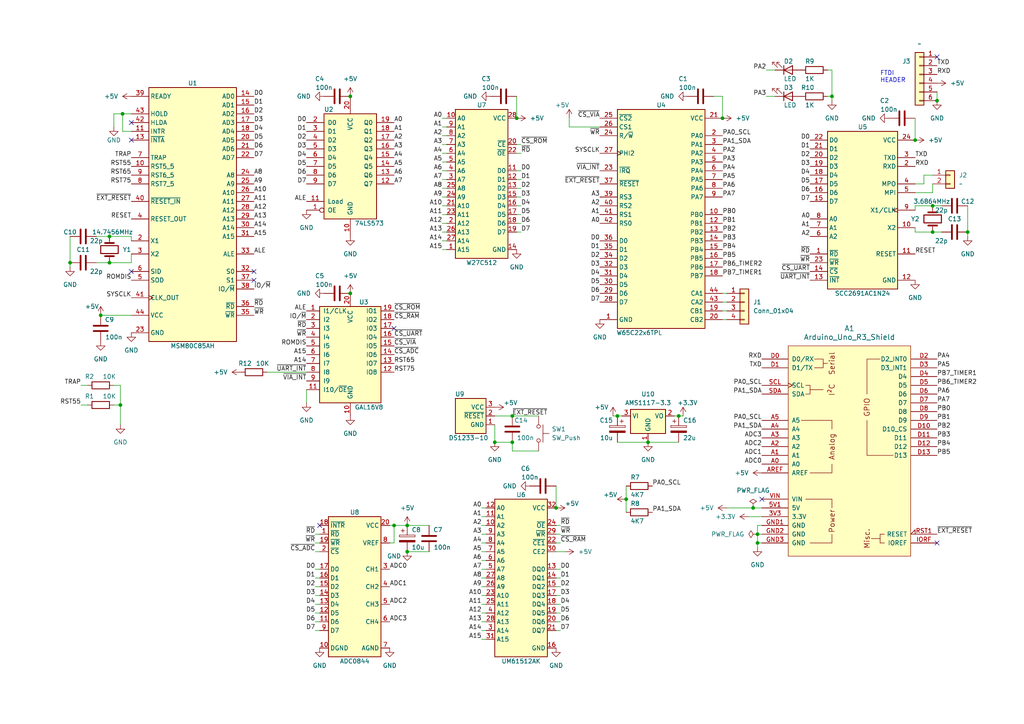
<source format=kicad_sch>
(kicad_sch (version 20230121) (generator eeschema)
  (paper "A4")
  (junction (at 265.43 40.64))
  (junction (at 271.78 29.21))
  (junction (at 101.6 27.94))
  (junction (at 209.55 34.29))
  (junction (at 114.3 152.4))
  (junction (at 35.56 33.02))
  (junction (at 270.51 67.31))
  (junction (at 280.67 67.31))
  (junction (at 187.96 128.27))
  (junction (at 29.21 91.44))
  (junction (at 149.86 34.29))
  (junction (at 241.3 27.94))
  (junction (at 118.11 152.4))
  (junction (at 179.07 120.65))
  (junction (at 101.6 85.09))
  (junction (at 118.11 160.02))
  (junction (at 218.44 147.32))
  (junction (at 34.925 117.475))
  (junction (at 161.29 147.32))
  (junction (at 219.71 157.48))
  (junction (at 270.51 59.69))
  (junction (at 31.75 68.58))
  (junction (at 31.75 76.2))
  (junction (at 219.71 154.94))
  (junction (at 20.32 76.2))
  (junction (at 148.59 120.65))
  (junction (at 148.59 128.27))
  (junction (at 196.85 120.65))
  (junction (at 143.51 128.27))
  (junction (at 181.61 144.78))
  (no_connect (at 38.1 78.74))
  (no_connect (at 73.66 78.74))
  (no_connect (at 271.78 16.51))
  (no_connect (at 114.3 95.25))
  (no_connect (at 38.1 40.64))
  (no_connect (at 271.78 157.48))
  (no_connect (at 38.1 35.56))
  (no_connect (at 92.71 152.4))
  (no_connect (at 220.98 144.78))
  (no_connect (at 73.66 81.28))
  (wire (pts (xy 128.27 62.23) (xy 129.54 62.23)))
  (wire (pts (xy 270.51 50.8) (xy 267.97 50.8)))
  (wire (pts (xy 139.7 170.18) (xy 140.97 170.18)))
  (wire (pts (xy 220.98 154.94) (xy 219.71 154.94)))
  (wire (pts (xy 91.44 154.94) (xy 92.71 154.94)))
  (wire (pts (xy 241.3 29.21) (xy 241.3 27.94)))
  (wire (pts (xy 143.51 120.65) (xy 148.59 120.65)))
  (wire (pts (xy 181.61 140.97) (xy 181.61 144.78)))
  (wire (pts (xy 265.43 67.31) (xy 270.51 67.31)))
  (wire (pts (xy 149.86 67.31) (xy 151.13 67.31)))
  (wire (pts (xy 207.01 27.94) (xy 209.55 27.94)))
  (wire (pts (xy 139.7 154.94) (xy 140.97 154.94)))
  (wire (pts (xy 91.44 160.02) (xy 92.71 160.02)))
  (wire (pts (xy 196.85 120.65) (xy 198.12 120.65)))
  (wire (pts (xy 38.1 33.02) (xy 35.56 33.02)))
  (wire (pts (xy 128.27 39.37) (xy 129.54 39.37)))
  (wire (pts (xy 161.29 160.02) (xy 163.83 160.02)))
  (wire (pts (xy 222.25 20.32) (xy 224.79 20.32)))
  (wire (pts (xy 280.67 59.69) (xy 280.67 67.31)))
  (wire (pts (xy 91.44 175.26) (xy 92.71 175.26)))
  (wire (pts (xy 209.55 85.09) (xy 210.82 85.09)))
  (wire (pts (xy 218.44 147.32) (xy 220.98 147.32)))
  (wire (pts (xy 139.7 167.64) (xy 140.97 167.64)))
  (wire (pts (xy 273.05 67.31) (xy 270.51 67.31)))
  (wire (pts (xy 128.27 59.69) (xy 129.54 59.69)))
  (wire (pts (xy 128.27 54.61) (xy 129.54 54.61)))
  (wire (pts (xy 29.21 91.44) (xy 38.1 91.44)))
  (wire (pts (xy 265.43 59.69) (xy 265.43 60.96)))
  (wire (pts (xy 217.17 149.86) (xy 220.98 149.86)))
  (wire (pts (xy 161.29 170.18) (xy 162.56 170.18)))
  (wire (pts (xy 179.07 120.65) (xy 180.34 120.65)))
  (wire (pts (xy 148.59 120.65) (xy 156.21 120.65)))
  (wire (pts (xy 173.99 36.83) (xy 165.1 36.83)))
  (wire (pts (xy 209.55 87.63) (xy 210.82 87.63)))
  (wire (pts (xy 114.3 152.4) (xy 114.3 157.48)))
  (wire (pts (xy 128.27 69.85) (xy 129.54 69.85)))
  (wire (pts (xy 91.44 170.18) (xy 92.71 170.18)))
  (wire (pts (xy 128.27 49.53) (xy 129.54 49.53)))
  (wire (pts (xy 27.94 76.2) (xy 31.75 76.2)))
  (wire (pts (xy 161.29 177.8) (xy 162.56 177.8)))
  (wire (pts (xy 139.7 152.4) (xy 140.97 152.4)))
  (wire (pts (xy 280.67 67.31) (xy 280.67 68.58)))
  (wire (pts (xy 149.86 52.07) (xy 151.13 52.07)))
  (wire (pts (xy 38.1 76.2) (xy 38.1 73.66)))
  (wire (pts (xy 31.75 68.58) (xy 38.1 68.58)))
  (wire (pts (xy 33.02 117.475) (xy 34.925 117.475)))
  (wire (pts (xy 161.29 157.48) (xy 162.56 157.48)))
  (wire (pts (xy 149.86 64.77) (xy 151.13 64.77)))
  (wire (pts (xy 149.86 27.94) (xy 149.86 34.29)))
  (wire (pts (xy 165.1 36.83) (xy 165.1 34.29)))
  (wire (pts (xy 128.27 36.83) (xy 129.54 36.83)))
  (wire (pts (xy 219.71 157.48) (xy 219.71 158.75)))
  (wire (pts (xy 161.29 167.64) (xy 162.56 167.64)))
  (wire (pts (xy 34.925 111.76) (xy 34.925 117.475)))
  (wire (pts (xy 113.03 152.4) (xy 114.3 152.4)))
  (wire (pts (xy 139.7 175.26) (xy 140.97 175.26)))
  (wire (pts (xy 143.51 128.27) (xy 148.59 128.27)))
  (wire (pts (xy 151.13 44.45) (xy 149.86 44.45)))
  (wire (pts (xy 91.44 182.88) (xy 92.71 182.88)))
  (wire (pts (xy 114.3 152.4) (xy 118.11 152.4)))
  (wire (pts (xy 273.05 59.69) (xy 270.51 59.69)))
  (wire (pts (xy 38.1 38.1) (xy 35.56 38.1)))
  (wire (pts (xy 161.29 140.97) (xy 161.29 147.32)))
  (wire (pts (xy 33.02 111.76) (xy 34.925 111.76)))
  (wire (pts (xy 161.29 165.1) (xy 162.56 165.1)))
  (wire (pts (xy 187.96 128.27) (xy 196.85 128.27)))
  (wire (pts (xy 33.02 33.02) (xy 33.02 36.83)))
  (wire (pts (xy 139.7 172.72) (xy 140.97 172.72)))
  (wire (pts (xy 139.7 157.48) (xy 140.97 157.48)))
  (wire (pts (xy 267.97 53.34) (xy 265.43 53.34)))
  (wire (pts (xy 161.29 182.88) (xy 162.56 182.88)))
  (wire (pts (xy 156.21 130.81) (xy 148.59 130.81)))
  (wire (pts (xy 91.44 172.72) (xy 92.71 172.72)))
  (wire (pts (xy 128.27 72.39) (xy 129.54 72.39)))
  (wire (pts (xy 143.51 123.19) (xy 143.51 128.27)))
  (wire (pts (xy 113.03 157.48) (xy 114.3 157.48)))
  (wire (pts (xy 128.27 52.07) (xy 129.54 52.07)))
  (wire (pts (xy 139.7 180.34) (xy 140.97 180.34)))
  (wire (pts (xy 91.44 177.8) (xy 92.71 177.8)))
  (wire (pts (xy 139.7 182.88) (xy 140.97 182.88)))
  (wire (pts (xy 139.7 147.32) (xy 140.97 147.32)))
  (wire (pts (xy 222.25 27.94) (xy 224.79 27.94)))
  (wire (pts (xy 149.86 49.53) (xy 151.13 49.53)))
  (wire (pts (xy 35.56 38.1) (xy 35.56 33.02)))
  (wire (pts (xy 181.61 144.78) (xy 181.61 148.59)))
  (wire (pts (xy 149.86 57.15) (xy 151.13 57.15)))
  (wire (pts (xy 271.78 26.67) (xy 271.78 29.21)))
  (wire (pts (xy 265.43 34.29) (xy 265.43 40.64)))
  (wire (pts (xy 139.7 162.56) (xy 140.97 162.56)))
  (wire (pts (xy 209.55 27.94) (xy 209.55 34.29)))
  (wire (pts (xy 139.7 177.8) (xy 140.97 177.8)))
  (wire (pts (xy 91.44 165.1) (xy 92.71 165.1)))
  (wire (pts (xy 118.11 152.4) (xy 124.46 152.4)))
  (wire (pts (xy 210.82 147.32) (xy 218.44 147.32)))
  (wire (pts (xy 128.27 44.45) (xy 129.54 44.45)))
  (wire (pts (xy 265.43 59.69) (xy 270.51 59.69)))
  (wire (pts (xy 220.98 157.48) (xy 219.71 157.48)))
  (wire (pts (xy 265.43 55.88) (xy 270.51 55.88)))
  (wire (pts (xy 209.55 90.17) (xy 210.82 90.17)))
  (wire (pts (xy 148.59 130.81) (xy 148.59 128.27)))
  (wire (pts (xy 34.925 117.475) (xy 34.925 123.19)))
  (wire (pts (xy 88.9 113.03) (xy 88.9 116.84)))
  (wire (pts (xy 128.27 64.77) (xy 129.54 64.77)))
  (wire (pts (xy 161.29 154.94) (xy 162.56 154.94)))
  (wire (pts (xy 20.32 68.58) (xy 20.32 76.2)))
  (wire (pts (xy 209.55 92.71) (xy 210.82 92.71)))
  (wire (pts (xy 220.98 152.4) (xy 219.71 152.4)))
  (wire (pts (xy 128.27 41.91) (xy 129.54 41.91)))
  (wire (pts (xy 139.7 160.02) (xy 140.97 160.02)))
  (wire (pts (xy 139.7 165.1) (xy 140.97 165.1)))
  (wire (pts (xy 267.97 50.8) (xy 267.97 53.34)))
  (wire (pts (xy 241.3 27.94) (xy 240.03 27.94)))
  (wire (pts (xy 91.44 167.64) (xy 92.71 167.64)))
  (wire (pts (xy 161.29 172.72) (xy 162.56 172.72)))
  (wire (pts (xy 177.8 120.65) (xy 179.07 120.65)))
  (wire (pts (xy 161.29 175.26) (xy 162.56 175.26)))
  (wire (pts (xy 161.29 180.34) (xy 162.56 180.34)))
  (wire (pts (xy 265.43 66.04) (xy 265.43 67.31)))
  (wire (pts (xy 241.3 27.94) (xy 241.3 20.32)))
  (wire (pts (xy 219.71 154.94) (xy 219.71 157.48)))
  (wire (pts (xy 219.71 152.4) (xy 219.71 154.94)))
  (wire (pts (xy 128.27 46.99) (xy 129.54 46.99)))
  (wire (pts (xy 149.86 54.61) (xy 151.13 54.61)))
  (wire (pts (xy 38.1 68.58) (xy 38.1 69.85)))
  (wire (pts (xy 20.32 76.2) (xy 20.32 77.47)))
  (wire (pts (xy 77.47 107.95) (xy 88.9 107.95)))
  (wire (pts (xy 128.27 67.31) (xy 129.54 67.31)))
  (wire (pts (xy 128.27 57.15) (xy 129.54 57.15)))
  (wire (pts (xy 139.7 149.86) (xy 140.97 149.86)))
  (wire (pts (xy 27.94 68.58) (xy 31.75 68.58)))
  (wire (pts (xy 31.75 76.2) (xy 38.1 76.2)))
  (wire (pts (xy 128.27 34.29) (xy 129.54 34.29)))
  (wire (pts (xy 23.495 111.76) (xy 25.4 111.76)))
  (wire (pts (xy 23.495 117.475) (xy 25.4 117.475)))
  (wire (pts (xy 161.29 152.4) (xy 162.56 152.4)))
  (wire (pts (xy 118.11 160.02) (xy 124.46 160.02)))
  (wire (pts (xy 179.07 128.27) (xy 187.96 128.27)))
  (wire (pts (xy 149.86 62.23) (xy 151.13 62.23)))
  (wire (pts (xy 270.51 55.88) (xy 270.51 53.34)))
  (wire (pts (xy 149.86 59.69) (xy 151.13 59.69)))
  (wire (pts (xy 195.58 120.65) (xy 196.85 120.65)))
  (wire (pts (xy 139.7 185.42) (xy 140.97 185.42)))
  (wire (pts (xy 91.44 157.48) (xy 92.71 157.48)))
  (wire (pts (xy 35.56 33.02) (xy 33.02 33.02)))
  (wire (pts (xy 91.44 180.34) (xy 92.71 180.34)))
  (wire (pts (xy 241.3 20.32) (xy 240.03 20.32)))
  (wire (pts (xy 151.13 41.91) (xy 149.86 41.91)))
  (text "FTDI\nHEADER" (at 255.27 24.13 0) (effects (font (size 1.27 1.27)) (justify left bottom)))
  (label "D6" (at 162.56 180.34 0))
  (label "A15" (at 88.9 102.87 180))
  (label "A10" (at 128.27 59.69 180))
  (label "TXD" (at 271.78 19.05 0))
  (label "A2" (at 173.99 59.69 180))
  (label "~{VIA_INT}" (at 88.9 110.49 180))
  (label "~{UART_INT}" (at 88.9 107.95 180))
  (label "PA7" (at 271.78 116.84 0))
  (label "ALE" (at 73.66 73.66 0))
  (label "~{RD}" (at 91.44 154.94 180))
  (label "D3" (at 88.9 43.18 180))
  (label "PB6_TIMER2" (at 209.55 77.47 0))
  (label "D7" (at 91.44 182.88 180))
  (label "~{EXT_RESET}" (at 38.1 58.42 180))
  (label "~{CS_ADC}" (at 114.3 102.87 0))
  (label "~{WR}" (at 162.56 154.94 0))
  (label "A9" (at 128.27 57.15 180))
  (label "~{VIA_INT}" (at 173.99 49.53 180))
  (label "~{WR}" (at 91.44 157.48 180))
  (label "PB6_TIMER2" (at 271.78 111.76 0))
  (label "A10" (at 139.7 172.72 180))
  (label "PA0_SCL" (at 209.55 39.37 0))
  (label "D7" (at 73.66 45.72 0))
  (label "RXD" (at 271.78 21.59 0))
  (label "D4" (at 88.9 45.72 180))
  (label "PA1_SDA" (at 189.23 148.59 0))
  (label "PB4" (at 271.78 129.54 0))
  (label "D6" (at 73.66 43.18 0))
  (label "D2" (at 234.95 45.72 180))
  (label "RST55" (at 23.495 117.475 180))
  (label "A1" (at 234.95 66.04 180))
  (label "~{CS_VIA}" (at 114.3 100.33 0))
  (label "A5" (at 128.27 46.99 180))
  (label "ROMDIS" (at 88.9 100.33 180))
  (label "RESET" (at 38.1 63.5 180))
  (label "A7" (at 128.27 52.07 180))
  (label "~{CS_ADC}" (at 91.44 160.02 180))
  (label "D2" (at 91.44 170.18 180))
  (label "PB0" (at 271.78 119.38 0))
  (label "~{WR}" (at 88.9 97.79 180))
  (label "D5" (at 151.13 62.23 0))
  (label "D3" (at 173.99 77.47 180))
  (label "D2" (at 73.66 33.02 0))
  (label "D1" (at 162.56 167.64 0))
  (label "PB1" (at 271.78 121.92 0))
  (label "PA3" (at 209.55 46.99 0))
  (label "PB3" (at 271.78 127 0))
  (label "TRAP" (at 38.1 45.72 180))
  (label "ADC1" (at 220.98 132.08 180))
  (label "PA5" (at 209.55 52.07 0))
  (label "D0" (at 173.99 69.85 180))
  (label "A8" (at 128.27 54.61 180))
  (label "A5" (at 114.3 48.26 0))
  (label "~{EXT_RESET}" (at 271.78 154.94 0))
  (label "PA4" (at 271.78 104.14 0))
  (label "ALE" (at 88.9 58.42 180))
  (label "A8" (at 139.7 167.64 180))
  (label "D3" (at 91.44 172.72 180))
  (label "~{UART_INT}" (at 234.95 81.28 180))
  (label "A14" (at 73.66 66.04 0))
  (label "PA2" (at 222.25 20.32 180))
  (label "D1" (at 234.95 43.18 180))
  (label "D0" (at 88.9 35.56 180))
  (label "D6" (at 234.95 55.88 180))
  (label "PA5" (at 271.78 106.68 0))
  (label "D4" (at 234.95 50.8 180))
  (label "D0" (at 151.13 49.53 0))
  (label "PA7" (at 209.55 57.15 0))
  (label "~{CS_UART}" (at 114.3 97.79 0))
  (label "PB0" (at 209.55 62.23 0))
  (label "RST75" (at 38.1 53.34 180))
  (label "RXD" (at 265.43 48.26 0))
  (label "~{CS_RAM}" (at 162.56 157.48 0))
  (label "PA0_SCL" (at 220.98 111.76 180))
  (label "~{RD}" (at 88.9 95.25 180))
  (label "D6" (at 91.44 180.34 180))
  (label "PB3" (at 209.55 69.85 0))
  (label "A12" (at 73.66 60.96 0))
  (label "A13" (at 128.27 67.31 180))
  (label "RST65" (at 114.3 105.41 0))
  (label "RST55" (at 38.1 48.26 180))
  (label "A1" (at 114.3 38.1 0))
  (label "A0" (at 173.99 64.77 180))
  (label "D7" (at 151.13 67.31 0))
  (label "A0" (at 139.7 147.32 180))
  (label "PA1_SDA" (at 220.98 124.46 180))
  (label "A15" (at 73.66 68.58 0))
  (label "D2" (at 88.9 40.64 180))
  (label "D4" (at 151.13 59.69 0))
  (label "~{CS_VIA}" (at 173.99 34.29 180))
  (label "D5" (at 162.56 177.8 0))
  (label "~{EXT_RESET}" (at 148.59 120.65 0))
  (label "D6" (at 151.13 64.77 0))
  (label "PB5" (at 271.78 132.08 0))
  (label "IO{slash}~{M}" (at 73.66 83.82 0))
  (label "D5" (at 173.99 82.55 180))
  (label "D6" (at 173.99 85.09 180))
  (label "A3" (at 139.7 154.94 180))
  (label "~{RD}" (at 162.56 152.4 0))
  (label "D7" (at 88.9 53.34 180))
  (label "D3" (at 73.66 35.56 0))
  (label "A3" (at 114.3 43.18 0))
  (label "PA1_SDA" (at 220.98 114.3 180))
  (label "A15" (at 139.7 185.42 180))
  (label "PA3" (at 222.25 27.94 180))
  (label "D4" (at 162.56 175.26 0))
  (label "TXD" (at 265.43 45.72 0))
  (label "A7" (at 114.3 53.34 0))
  (label "PB4" (at 209.55 72.39 0))
  (label "~{WR}" (at 234.95 76.2 180))
  (label "A1" (at 139.7 149.86 180))
  (label "ADC3" (at 220.98 127 180))
  (label "ALE" (at 88.9 90.17 180))
  (label "~{RD}" (at 151.13 44.45 0))
  (label "D3" (at 151.13 57.15 0))
  (label "D7" (at 162.56 182.88 0))
  (label "~{WR}" (at 73.66 91.44 0))
  (label "A2" (at 128.27 39.37 180))
  (label "RESET" (at 265.43 73.66 0))
  (label "PA1_SDA" (at 209.55 41.91 0))
  (label "D1" (at 91.44 167.64 180))
  (label "PB5" (at 209.55 74.93 0))
  (label "A5" (at 139.7 160.02 180))
  (label "RXD" (at 220.98 104.14 180))
  (label "~{CS_RAM}" (at 114.3 92.71 0))
  (label "A14" (at 139.7 182.88 180))
  (label "PB2" (at 271.78 124.46 0))
  (label "PA6" (at 209.55 54.61 0))
  (label "D1" (at 88.9 38.1 180))
  (label "A14" (at 128.27 69.85 180))
  (label "RST75" (at 114.3 107.95 0))
  (label "PB7_TIMER1" (at 209.55 80.01 0))
  (label "ADC2" (at 113.03 175.26 0))
  (label "A0" (at 114.3 35.56 0))
  (label "A11" (at 139.7 175.26 180))
  (label "A6" (at 128.27 49.53 180))
  (label "ADC1" (at 113.03 170.18 0))
  (label "A13" (at 73.66 63.5 0))
  (label "A12" (at 139.7 177.8 180))
  (label "A10" (at 73.66 55.88 0))
  (label "D1" (at 173.99 72.39 180))
  (label "~{EXT_RESET}" (at 173.99 53.34 180))
  (label "A4" (at 128.27 44.45 180))
  (label "D6" (at 88.9 50.8 180))
  (label "D7" (at 234.95 58.42 180))
  (label "D5" (at 73.66 40.64 0))
  (label "A15" (at 128.27 72.39 180))
  (label "ADC2" (at 220.98 129.54 180))
  (label "PB2" (at 209.55 67.31 0))
  (label "~{CS_UART}" (at 234.95 78.74 180))
  (label "TXD" (at 220.98 106.68 180))
  (label "~{CS_ROM}" (at 151.13 41.91 0))
  (label "A6" (at 139.7 162.56 180))
  (label "D4" (at 73.66 38.1 0))
  (label "D5" (at 88.9 48.26 180))
  (label "PA0_SCL" (at 189.23 140.97 0))
  (label "A9" (at 73.66 53.34 0))
  (label "A14" (at 88.9 105.41 180))
  (label "A4" (at 114.3 45.72 0))
  (label "SYSCLK" (at 173.99 44.45 180))
  (label "~{RD}" (at 73.66 88.9 0))
  (label "PB1" (at 209.55 64.77 0))
  (label "A1" (at 128.27 36.83 180))
  (label "A12" (at 128.27 64.77 180))
  (label "D1" (at 73.66 30.48 0))
  (label "ADC0" (at 220.98 134.62 180))
  (label "A8" (at 73.66 50.8 0))
  (label "TRAP" (at 23.495 111.76 180))
  (label "A0" (at 234.95 63.5 180))
  (label "A4" (at 139.7 157.48 180))
  (label "~{WR}" (at 173.99 39.37 180))
  (label "PB7_TIMER1" (at 271.78 109.22 0))
  (label "D3" (at 162.56 172.72 0))
  (label "A9" (at 139.7 170.18 180))
  (label "D4" (at 173.99 80.01 180))
  (label "PA6" (at 271.78 114.3 0))
  (label "D1" (at 151.13 52.07 0))
  (label "A6" (at 114.3 50.8 0))
  (label "A11" (at 128.27 62.23 180))
  (label "IO{slash}~{M}" (at 88.9 92.71 180))
  (label "PA2" (at 209.55 44.45 0))
  (label "A1" (at 173.99 62.23 180))
  (label "ADC0" (at 113.03 165.1 0))
  (label "RST65" (at 38.1 50.8 180))
  (label "A0" (at 128.27 34.29 180))
  (label "A13" (at 139.7 180.34 180))
  (label "A3" (at 128.27 41.91 180))
  (label "A7" (at 139.7 165.1 180))
  (label "D2" (at 173.99 74.93 180))
  (label "A3" (at 173.99 57.15 180))
  (label "A11" (at 73.66 58.42 0))
  (label "ADC3" (at 113.03 180.34 0))
  (label "PA4" (at 209.55 49.53 0))
  (label "D2" (at 162.56 170.18 0))
  (label "D5" (at 91.44 177.8 180))
  (label "~{RD}" (at 234.95 73.66 180))
  (label "ROMDIS" (at 38.1 81.28 180))
  (label "D0" (at 162.56 165.1 0))
  (label "A2" (at 114.3 40.64 0))
  (label "A2" (at 234.95 68.58 180))
  (label "D0" (at 91.44 165.1 180))
  (label "D7" (at 173.99 87.63 180))
  (label "~{CS_ROM}" (at 114.3 90.17 0))
  (label "D3" (at 234.95 48.26 180))
  (label "D5" (at 234.95 53.34 180))
  (label "SYSCLK" (at 38.1 86.36 180))
  (label "PA0_SCL" (at 220.98 121.92 180))
  (label "D0" (at 234.95 40.64 180))
  (label "D2" (at 151.13 54.61 0))
  (label "A2" (at 139.7 152.4 180))
  (label "D4" (at 91.44 175.26 180))
  (label "D0" (at 73.66 27.94 0))
  (symbol (lib_id "Device:R") (at 236.22 27.94 90) (unit 1)
    (property "Reference" "R10" (at 236.22 25.4 90) (effects (justify left)))
    (property "Value" "1K" (at 236.22 30.48 90) (effects (justify left)))
    (property "Footprint" "Resistor_SMD:R_0805_2012Metric_Pad1.20x1.40mm_HandSolder" (effects hide))
  )
  (symbol (lib_id "power:GND") (at 265.43 81.28 0) (unit 1)
    (property "Reference" "#PWR04" (effects hide))
    (property "Value" "GND" (at 265.43 86.36 0))
  )
  (symbol (lib_id "power:GND") (at 101.6 68.58 0) (unit 1)
    (property "Reference" "#PWR01" (effects hide))
    (property "Value" "GND" (at 101.6 73.66 0))
  )
  (symbol (lib_id "power:+5V") (at 29.21 91.44 0) (unit 1)
    (property "Reference" "#PWR031" (effects hide))
    (property "Value" "+5V" (at 26.67 88.9 0))
  )
  (symbol (lib_id "Device:R") (at 73.66 107.95 90) (unit 1)
    (property "Reference" "R12" (at 73.025 105.41 90) (effects (justify left)))
    (property "Value" "10K" (at 78.105 105.41 90) (effects (justify left)))
    (property "Footprint" "Resistor_SMD:R_0805_2012Metric_Pad1.20x1.40mm_HandSolder" (effects hide))
  )
  (symbol (lib_id "power:GND") (at 118.11 160.02 0) (unit 1)
    (property "Reference" "#PWR021" (effects hide))
    (property "Value" "GND" (at 114.3 161.29 0))
  )
  (symbol (lib_id "MyLibrary2023:ADC0844") (at 102.87 177.8 0) (unit 1)
    (property "Reference" "U8" (at 102.87 148.59 0))
    (property "Value" "ADC0844" (at 102.87 191.77 0))
    (property "Footprint" "Package_DIP:DIP-20_W7.62mm" (effects hide))
  )
  (symbol (lib_id "Device:C") (at 124.46 156.21 0) (unit 1)
    (property "Reference" "C7" (at 127 153.67 0))
    (property "Value" "100n" (at 128.27 158.75 0))
    (property "Footprint" "Capacitor_SMD:C_0603_1608Metric_Pad1.08x0.95mm_HandSolder" (effects hide))
  )
  (symbol (lib_id "power:GND") (at 271.78 29.21 0) (unit 1)
    (property "Reference" "#PWR046" (effects hide))
    (property "Value" "GND" (at 271.78 34.29 0))
  )
  (symbol (lib_id "power:+5V") (at 165.1 34.29 0) (mirror y) (unit 1)
    (property "Reference" "#PWR025" (effects hide))
    (property "Value" "+5V" (at 165.1 30.48 0) (effects (justify left)))
  )
  (symbol (lib_id "Device:C_Polarized") (at 118.11 156.21 0) (unit 1)
    (property "Reference" "C8" (at 119.38 153.67 0) (effects (justify left)))
    (property "Value" "10u" (at 119.38 158.75 0) (effects (justify left)))
    (property "Footprint" "Capacitor_Tantalum_SMD:CP_EIA-3216-18_Kemet-A" (effects hide))
  )
  (symbol (lib_id "Device:C") (at 29.21 95.25 0) (unit 1)
    (property "Reference" "C9" (at 31.75 92.71 0))
    (property "Value" "100n" (at 33.02 97.79 0))
    (property "Footprint" "Capacitor_SMD:C_0603_1608Metric_Pad1.08x0.95mm_HandSolder" (effects hide))
  )
  (symbol (lib_id "Device:C") (at 148.59 124.46 0) (unit 1)
    (property "Reference" "C14" (at 151.13 121.92 0))
    (property "Value" "100n" (at 152.4 127 0))
    (property "Footprint" "Capacitor_SMD:C_0603_1608Metric_Pad1.08x0.95mm_HandSolder" (effects hide))
  )
  (symbol (lib_id "Device:Crystal") (at 270.51 63.5 90) (unit 1)
    (property "Reference" "Y2" (at 266.7 63.5 90) (effects (justify left)))
    (property "Value" "3.6864MHz" (at 275.59 58.42 90) (effects (justify left)))
    (property "Footprint" "Crystal:Crystal_HC49-U_Vertical" (effects hide))
  )
  (symbol (lib_id "MyLibrary2023:W27C512") (at 139.7 57.15 0) (unit 1)
    (property "Reference" "U7" (at 139.7 30.48 0))
    (property "Value" "W27C512" (at 139.7 76.2 0))
    (property "Footprint" "Package_DIP:DIP-28_W15.24mm" (effects hide))
  )
  (symbol (lib_id "power:+5V") (at 149.86 34.29 270) (unit 1)
    (property "Reference" "#PWR015" (effects hide))
    (property "Value" "+5V" (at 153.67 34.29 90) (effects (justify left)))
  )
  (symbol (lib_id "power:PWR_FLAG") (at 218.44 147.32 0) (unit 1)
    (property "Reference" "#FLG01" (effects hide))
    (property "Value" "PWR_FLAG" (at 218.44 142.24 0))
  )
  (symbol (lib_id "power:+5V") (at 265.43 40.64 270) (unit 1)
    (property "Reference" "#PWR013" (effects hide))
    (property "Value" "+5V" (at 269.24 40.64 90) (effects (justify left)))
  )
  (symbol (lib_id "Device:C") (at 261.62 34.29 90) (unit 1)
    (property "Reference" "C2" (at 256.54 29.21 90))
    (property "Value" "100n" (at 257.81 31.75 90))
    (property "Footprint" "Capacitor_SMD:C_0603_1608Metric_Pad1.08x0.95mm_HandSolder" (effects hide))
  )
  (symbol (lib_id "Device:C") (at 24.13 76.2 270) (unit 1)
    (property "Reference" "C11" (at 24.13 72.39 90))
    (property "Value" "22p" (at 27.94 78.74 90))
    (property "Footprint" "Capacitor_SMD:C_0603_1608Metric_Pad1.08x0.95mm_HandSolder" (effects hide))
  )
  (symbol (lib_id "power:GND") (at 88.9 116.84 0) (unit 1)
    (property "Reference" "#PWR054" (effects hide))
    (property "Value" "GND" (at 88.9 121.92 0))
  )
  (symbol (lib_id "power:GND") (at 143.51 128.27 0) (unit 1)
    (property "Reference" "#PWR048" (effects hide))
    (property "Value" "GND" (at 143.51 133.35 0))
  )
  (symbol (lib_id "power:GND") (at 92.71 187.96 0) (unit 1)
    (property "Reference" "#PWR07" (effects hide))
    (property "Value" "GND" (at 92.71 193.04 0))
  )
  (symbol (lib_id "power:+5V") (at 118.11 152.4 0) (unit 1)
    (property "Reference" "#PWR023" (effects hide))
    (property "Value" "+5V" (at 118.11 147.32 0))
  )
  (symbol (lib_id "power:GND") (at 173.99 92.71 0) (unit 1)
    (property "Reference" "#PWR011" (effects hide))
    (property "Value" "GND" (at 173.99 97.79 0))
  )
  (symbol (lib_id "Device:Crystal") (at 31.75 72.39 270) (mirror x) (unit 1)
    (property "Reference" "Y1" (at 35.56 72.39 90) (effects (justify left)))
    (property "Value" "14.7456MHz" (at 26.67 67.31 90) (effects (justify left)))
    (property "Footprint" "Crystal:Crystal_HC49-U_Vertical" (effects hide))
  )
  (symbol (lib_id "power:GND") (at 142.24 27.94 270) (unit 1)
    (property "Reference" "#PWR014" (effects hide))
    (property "Value" "GND" (at 138.43 27.94 90) (effects (justify right)))
  )
  (symbol (lib_id "Device:C") (at 276.86 59.69 270) (mirror x) (unit 1)
    (property "Reference" "C12" (at 280.67 58.42 90))
    (property "Value" "22p" (at 273.05 60.96 90))
    (property "Footprint" "Capacitor_SMD:C_0603_1608Metric_Pad1.08x0.95mm_HandSolder" (effects hide))
  )
  (symbol (lib_id "power:+5V") (at 101.6 85.09 0) (unit 1)
    (property "Reference" "#PWR019" (effects hide))
    (property "Value" "+5V" (at 101.6 80.01 0))
  )
  (symbol (lib_id "74xx:74LS573") (at 101.6 48.26 0) (unit 1)
    (property "Reference" "U2" (at 93.98 31.75 0) (effects (justify left)))
    (property "Value" "74LS573" (at 102.87 64.77 0) (effects (justify left)))
    (property "Footprint" "Package_DIP:DIP-20_W7.62mm" (effects hide))
    (property "Datasheet" "74xx/74hc573.pdf" (effects hide))
  )
  (symbol (lib_id "MyLibrary2023:MSM80C85AH") (at 55.88 62.23 0) (unit 1)
    (property "Reference" "U1" (at 55.88 24.13 0))
    (property "Value" "MSM80C85AH" (at 55.88 100.33 0))
    (property "Footprint" "Package_LCC:PLCC-44_THT-Socket" (effects hide))
  )
  (symbol (lib_id "Device:C") (at 157.48 140.97 90) (unit 1)
    (property "Reference" "C6" (at 152.4 135.89 90))
    (property "Value" "100n" (at 153.67 138.43 90))
    (property "Footprint" "Capacitor_SMD:C_0603_1608Metric_Pad1.08x0.95mm_HandSolder" (effects hide))
  )
  (symbol (lib_id "power:GND") (at 88.9 60.96 0) (unit 1)
    (property "Reference" "#PWR024" (effects hide))
    (property "Value" "GND" (at 88.9 66.04 0))
  )
  (symbol (lib_id "Device:C") (at 97.79 27.94 90) (unit 1)
    (property "Reference" "C4" (at 92.71 22.86 90))
    (property "Value" "100n" (at 93.98 25.4 90))
    (property "Footprint" "Capacitor_SMD:C_0603_1608Metric_Pad1.08x0.95mm_HandSolder" (effects hide))
  )
  (symbol (lib_id "Device:C_Polarized") (at 179.07 124.46 0) (mirror y) (unit 1)
    (property "Reference" "C15" (at 177.8 121.92 0) (effects (justify left)))
    (property "Value" "10u" (at 177.8 127 0) (effects (justify left)))
    (property "Footprint" "Capacitor_Tantalum_SMD:CP_EIA-3216-18_Kemet-A_Pad1.58x1.35mm_HandSolder" (effects hide))
  )
  (symbol (lib_id "power:+5V") (at 181.61 144.78 90) (mirror x) (unit 1)
    (property "Reference" "#PWR055" (effects hide))
    (property "Value" "+5V" (at 179.07 143.51 90) (effects (justify left)))
  )
  (symbol (lib_id "power:+5V") (at 209.55 34.29 270) (unit 1)
    (property "Reference" "#PWR010" (effects hide))
    (property "Value" "+5V" (at 213.36 34.29 90) (effects (justify left)))
  )
  (symbol (lib_id "Logic_Programmable:GAL16V8") (at 101.6 102.87 0) (unit 1)
    (property "Reference" "U3" (at 104.14 87.63 0) (effects (justify left)))
    (property "Value" "GAL16V8" (at 102.87 118.11 0) (effects (justify left)))
    (property "Footprint" "Package_DIP:DIP-20_W7.62mm" (effects hide))
  )
  (symbol (lib_id "Connector_Generic:Conn_01x04") (at 215.9 87.63 0) (unit 1)
    (property "Reference" "J1" (at 218.44 87.63 0) (effects (justify left)))
    (property "Value" "Conn_01x04" (at 218.44 90.17 0) (effects (justify left)))
    (property "Footprint" "Connector_PinHeader_2.54mm:PinHeader_1x04_P2.54mm_Vertical" (effects hide))
  )
  (symbol (lib_id "power:+3.3V") (at 217.17 149.86 90) (unit 1)
    (property "Reference" "#PWR053" (effects hide))
    (property "Value" "+3.3V" (at 213.36 149.86 90) (effects (justify left)))
  )
  (symbol (lib_id "power:+5V") (at 143.51 118.11 270) (unit 1)
    (property "Reference" "#PWR049" (effects hide))
    (property "Value" "+5V" (at 146.05 116.84 90) (effects (justify left)))
  )
  (symbol (lib_id "Device:R") (at 185.42 148.59 270) (unit 1)
    (property "Reference" "R8" (at 182.88 146.05 90) (effects (justify left)))
    (property "Value" "4K7" (at 182.88 151.13 90) (effects (justify left)))
    (property "Footprint" "Resistor_SMD:R_0805_2012Metric_Pad1.20x1.40mm_HandSolder" (effects hide))
  )
  (symbol (lib_id "power:GND") (at 29.21 99.06 0) (unit 1)
    (property "Reference" "#PWR030" (effects hide))
    (property "Value" "GND" (at 29.21 104.14 0))
  )
  (symbol (lib_id "MyLibrary2023:SCC2691AC1N24") (at 250.19 50.8 0) (unit 1)
    (property "Reference" "U5" (at 250.19 36.83 0))
    (property "Value" "SCC2691AC1N24" (at 250.19 85.09 0))
    (property "Footprint" "Package_DIP:DIP-24_W7.62mm" (effects hide))
  )
  (symbol (lib_id "power:GND") (at 257.81 34.29 270) (unit 1)
    (property "Reference" "#PWR012" (effects hide))
    (property "Value" "GND" (at 254 34.29 90) (effects (justify right)))
  )
  (symbol (lib_id "power:GND") (at 20.32 77.47 0) (unit 1)
    (property "Reference" "#PWR032" (effects hide))
    (property "Value" "GND" (at 20.32 82.55 0))
  )
  (symbol (lib_id "Device:R") (at 185.42 140.97 270) (unit 1)
    (property "Reference" "R7" (at 182.88 138.43 90) (effects (justify left)))
    (property "Value" "4K7" (at 182.88 143.51 90) (effects (justify left)))
    (property "Footprint" "Resistor_SMD:R_0805_2012Metric_Pad1.20x1.40mm_HandSolder" (effects hide))
  )
  (symbol (lib_id "power:+5V") (at 38.1 27.94 90) (unit 1)
    (property "Reference" "#PWR026" (effects hide))
    (property "Value" "+5V" (at 34.29 27.94 90) (effects (justify left)))
  )
  (symbol (lib_id "Device:LED") (at 228.6 20.32 0) (mirror x) (unit 1)
    (property "Reference" "D2" (at 227.33 17.78 0) (effects (justify left)))
    (property "Value" "LED" (at 227.33 22.86 0) (effects (justify left)))
    (property "Footprint" "LED_SMD:LED_0805_2012Metric_Pad1.15x1.40mm_HandSolder" (effects hide))
  )
  (symbol (lib_id "Regulator_Linear:AMS1117-3.3") (at 187.96 120.65 0) (unit 1)
    (property "Reference" "U10" (at 187.96 114.3 0))
    (property "Value" "AMS1117-3.3" (at 187.96 116.84 0))
    (property "Footprint" "Package_TO_SOT_SMD:SOT-223-3_TabPin2" (effects hide))
    (property "Datasheet" "http://www.advanced-monolithic.com/pdf/ds1117.pdf" (effects hide))
  )
  (symbol (lib_id "Device:C") (at 276.86 67.31 90) (mirror x) (unit 1)
    (property "Reference" "C13" (at 276.86 63.5 90))
    (property "Value" "22p" (at 273.05 69.85 90))
    (property "Footprint" "Capacitor_SMD:C_0603_1608Metric_Pad1.08x0.95mm_HandSolder" (effects hide))
  )
  (symbol (lib_id "MyLibrary2023:DS1233") (at 135.89 120.65 0) (unit 1)
    (property "Reference" "U9" (at 133.35 114.3 0))
    (property "Value" "DS1233-10" (at 135.89 127 0))
    (property "Footprint" "Package_TO_SOT_THT:TO-92L_Inline" (effects hide))
  )
  (symbol (lib_id "Device:R") (at 236.22 20.32 90) (unit 1)
    (property "Reference" "R9" (at 236.22 17.78 90) (effects (justify left)))
    (property "Value" "1K" (at 236.22 22.86 90) (effects (justify left)))
    (property "Footprint" "Resistor_SMD:R_0805_2012Metric_Pad1.20x1.40mm_HandSolder" (effects hide))
  )
  (symbol (lib_id "MyLibrary2023:Arduino_Uno_R3_Shield") (at 246.38 130.81 0) (unit 1)
    (property "Reference" "A1" (at 246.38 95.25 0) (effects (font (size 1.524 1.524))))
    (property "Value" "Arduino_Uno_R3_Shield" (at 246.38 97.79 0) (effects (font (size 1.524 1.524))))
    (property "Footprint" "MyLibrary2023:Arduino_Uno_8085_Base_1" (effects hide))
  )
  (symbol (lib_id "power:GND") (at 93.98 85.09 270) (unit 1)
    (property "Reference" "#PWR018" (effects hide))
    (property "Value" "GND" (at 90.17 85.09 90) (effects (justify right)))
  )
  (symbol (lib_id "power:GND") (at 101.6 120.65 0) (unit 1)
    (property "Reference" "#PWR05" (effects hide))
    (property "Value" "GND" (at 101.6 125.73 0))
  )
  (symbol (lib_id "power:+5V") (at 220.98 137.16 90) (mirror x) (unit 1)
    (property "Reference" "#PWR043" (effects hide))
    (property "Value" "+5V" (at 217.17 137.16 90) (effects (justify left)))
  )
  (symbol (lib_id "Device:C") (at 146.05 27.94 90) (unit 1)
    (property "Reference" "C3" (at 140.97 22.86 90))
    (property "Value" "100n" (at 142.24 25.4 90))
    (property "Footprint" "Capacitor_SMD:C_0603_1608Metric_Pad1.08x0.95mm_HandSolder" (effects hide))
  )
  (symbol (lib_id "power:GND") (at 241.3 29.21 0) (unit 1)
    (property "Reference" "#PWR056" (effects hide))
    (property "Value" "GND" (at 241.3 34.29 0))
  )
  (symbol (lib_id "power:GND") (at 113.03 187.96 0) (unit 1)
    (property "Reference" "#PWR08" (effects hide))
    (property "Value" "GND" (at 113.03 193.04 0))
  )
  (symbol (lib_id "power:GND") (at 187.96 128.27 0) (unit 1)
    (property "Reference" "#PWR050" (effects hide))
    (property "Value" "GND" (at 187.96 133.35 0))
  )
  (symbol (lib_id "Device:C_Polarized") (at 196.85 124.46 0) (unit 1)
    (property "Reference" "C16" (at 198.12 121.92 0) (effects (justify left)))
    (property "Value" "22u" (at 198.12 127 0) (effects (justify left)))
    (property "Footprint" "Capacitor_Tantalum_SMD:CP_EIA-6032-28_Kemet-C" (effects hide))
  )
  (symbol (lib_id "power:GND") (at 149.86 72.39 0) (unit 1)
    (property "Reference" "#PWR03" (effects hide))
    (property "Value" "GND" (at 149.86 77.47 0))
  )
  (symbol (lib_id "power:+5V") (at 163.83 160.02 270) (unit 1)
    (property "Reference" "#PWR033" (effects hide))
    (property "Value" "+5V" (at 167.64 160.02 90) (effects (justify left)))
  )
  (symbol (lib_id "power:+5V") (at 101.6 27.94 0) (unit 1)
    (property "Reference" "#PWR017" (effects hide))
    (property "Value" "+5V" (at 101.6 22.86 0))
  )
  (symbol (lib_id "power:+5V") (at 210.82 147.32 90) (mirror x) (unit 1)
    (property "Reference" "#PWR042" (effects hide))
    (property "Value" "+5V" (at 207.01 147.32 90) (effects (justify left)))
  )
  (symbol (lib_id "power:+3.3V") (at 198.12 120.65 0) (unit 1)
    (property "Reference" "#PWR052" (effects hide))
    (property "Value" "+3.3V" (at 199.39 116.84 0))
  )
  (symbol (lib_id "MyLibrary2023:UM61512AK") (at 151.13 170.18 0) (unit 1)
    (property "Reference" "U6" (at 151.13 143.51 0))
    (property "Value" "UM61512AK" (at 151.13 191.77 0))
    (property "Footprint" "Package_DIP:DIP-32_W7.62mm" (effects hide))
  )
  (symbol (lib_id "power:+5V") (at 271.78 24.13 270) (unit 1)
    (property "Reference" "#PWR047" (effects hide))
    (property "Value" "+5V" (at 275.59 24.13 90) (effects (justify left)))
  )
  (symbol (lib_id "power:+5V") (at 161.29 147.32 270) (unit 1)
    (property "Reference" "#PWR022" (effects hide))
    (property "Value" "+5V" (at 163.83 146.05 90) (effects (justify left)))
  )
  (symbol (lib_id "Switch:SW_Push") (at 156.21 125.73 270) (unit 1)
    (property "Reference" "SW1" (at 160.02 124.46 90) (effects (justify left)))
    (property "Value" "SW_Push" (at 160.02 127 90) (effects (justify left)))
    (property "Footprint" "MyLibrary2023:TACTILE_SWITCH_SMD_6.0X3.5MM" (effects hide))
  )
  (symbol (lib_id "Device:C") (at 24.13 68.58 90) (unit 1)
    (property "Reference" "C10" (at 20.32 67.31 90))
    (property "Value" "22p" (at 27.94 69.85 90))
    (property "Footprint" "Capacitor_SMD:C_0603_1608Metric_Pad1.08x0.95mm_HandSolder" (effects hide))
  )
  (symbol (lib_id "Device:C") (at 203.2 27.94 90) (unit 1)
    (property "Reference" "C1" (at 198.12 22.86 90))
    (property "Value" "100n" (at 199.39 25.4 90))
    (property "Footprint" "Capacitor_SMD:C_0603_1608Metric_Pad1.08x0.95mm_HandSolder" (effects hide))
  )
  (symbol (lib_id "power:GND") (at 93.98 27.94 270) (unit 1)
    (property "Reference" "#PWR016" (effects hide))
    (property "Value" "GND" (at 90.17 27.94 90) (effects (justify right)))
  )
  (symbol (lib_id "Device:LED") (at 228.6 27.94 0) (mirror x) (unit 1)
    (property "Reference" "D3" (at 227.33 25.4 0) (effects (justify left)))
    (property "Value" "LED" (at 227.33 30.48 0) (effects (justify left)))
    (property "Footprint" "LED_SMD:LED_0805_2012Metric_Pad1.15x1.40mm_HandSolder" (effects hide))
  )
  (symbol (lib_id "power:PWR_FLAG") (at 219.71 154.94 90) (unit 1)
    (property "Reference" "#FLG02" (effects hide))
    (property "Value" "PWR_FLAG" (at 215.9 154.94 90) (effects (justify left)))
  )
  (symbol (lib_id "power:GND") (at 219.71 158.75 0) (unit 1)
    (property "Reference" "#PWR041" (effects hide))
    (property "Value" "GND" (at 219.71 163.83 0))
  )
  (symbol (lib_id "Connector_Generic:Conn_01x06") (at 266.7 21.59 0) (mirror y) (unit 1)
    (property "Reference" "J3" (at 262.89 17.78 0))
    (property "Value" "~" (at 266.7 12.7 0))
    (property "Footprint" "Connector_PinHeader_2.54mm:PinHeader_1x06_P2.54mm_Vertical" (effects hide))
  )
  (symbol (lib_id "Device:R") (at 29.21 117.475 90) (unit 1)
    (property "Reference" "R1" (at 27.305 114.935 90) (effects (justify left)))
    (property "Value" "10K" (at 33.655 114.935 90) (effects (justify left)))
    (property "Footprint" "Resistor_SMD:R_0805_2012Metric_Pad1.20x1.40mm_HandSolder" (effects hide))
  )
  (symbol (lib_id "MyLibrary2023:W65C22x6TPL") (at 191.77 59.69 0) (unit 1)
    (property "Reference" "U4" (at 191.77 30.48 0))
    (property "Value" "W65C22x6TPL" (at 185.42 96.52 0))
    (property "Footprint" "Package_LCC:PLCC-44_THT-Socket" (effects hide))
  )
  (symbol (lib_id "power:GND") (at 34.925 123.19 0) (unit 1)
    (property "Reference" "#PWR028" (effects hide))
    (property "Value" "GND" (at 34.925 128.27 0))
  )
  (symbol (lib_id "power:GND") (at 280.67 68.58 0) (mirror y) (unit 1)
    (property "Reference" "#PWR040" (effects hide))
    (property "Value" "GND" (at 280.67 73.66 0))
  )
  (symbol (lib_id "power:+5V") (at 177.8 120.65 0) (mirror y) (unit 1)
    (property "Reference" "#PWR051" (effects hide))
    (property "Value" "+5V" (at 176.53 118.11 0) (effects (justify left)))
  )
  (symbol (lib_id "power:GND") (at 38.1 96.52 0) (unit 1)
    (property "Reference" "#PWR09" (effects hide))
    (property "Value" "GND" (at 38.1 101.6 0))
  )
  (symbol (lib_id "power:GND") (at 153.67 140.97 270) (unit 1)
    (property "Reference" "#PWR020" (effects hide))
    (property "Value" "GND" (at 149.86 140.97 90) (effects (justify right)))
  )
  (symbol (lib_id "Device:C") (at 97.79 85.09 90) (unit 1)
    (property "Reference" "C5" (at 92.71 80.01 90))
    (property "Value" "100n" (at 93.98 82.55 90))
    (property "Footprint" "Capacitor_SMD:C_0603_1608Metric_Pad1.08x0.95mm_HandSolder" (effects hide))
  )
  (symbol (lib_id "power:+5V") (at 69.85 107.95 90) (unit 1)
    (property "Reference" "#PWR029" (effects hide))
    (property "Value" "+5V" (at 66.04 107.95 90) (effects (justify left)))
  )
  (symbol (lib_id "Connector_Generic:Conn_01x02") (at 275.59 50.8 0) (unit 1)
    (property "Reference" "J2" (at 278.13 50.8 0) (effects (justify left)))
    (property "Value" "~" (at 278.13 53.34 0) (effects (justify left)))
    (property "Footprint" "Connector_PinHeader_2.54mm:PinHeader_1x02_P2.54mm_Vertical" (effects hide))
  )
  (symbol (lib_id "power:GND") (at 199.39 27.94 270) (unit 1)
    (property "Reference" "#PWR06" (effects hide))
    (property "Value" "GND" (at 195.58 27.94 90) (effects (justify right)))
  )
  (symbol (lib_id "power:GND") (at 161.29 187.96 0) (unit 1)
    (property "Reference" "#PWR02" (effects hide))
    (property "Value" "GND" (at 161.29 193.04 0))
  )
  (symbol (lib_id "Device:R") (at 29.21 111.76 90) (unit 1)
    (property "Reference" "R2" (at 27.305 109.22 90) (effects (justify left)))
    (property "Value" "10K" (at 33.655 109.22 90) (effects (justify left)))
    (property "Footprint" "Resistor_SMD:R_0805_2012Metric_Pad1.20x1.40mm_HandSolder" (effects hide))
  )
  (symbol (lib_id "power:GND") (at 33.02 36.83 0) (unit 1)
    (property "Reference" "#PWR027" (effects hide))
    (property "Value" "GND" (at 33.02 40.64 0))
  )
)
</source>
